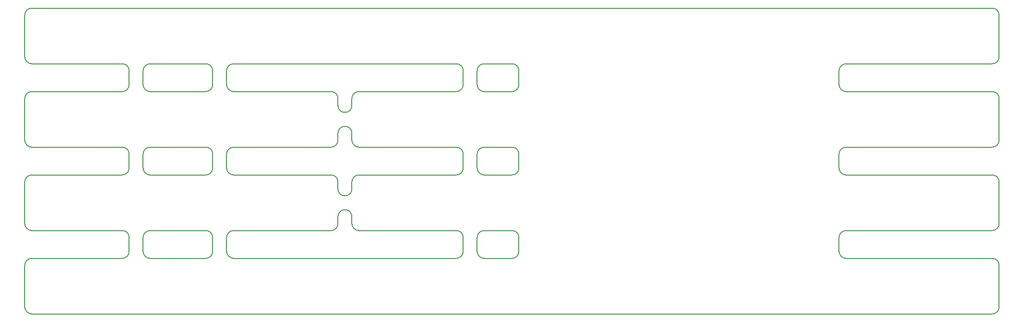
<source format=gm1>
%TF.GenerationSoftware,KiCad,Pcbnew,4.0.6-e0-6349~53~ubuntu16.04.1*%
%TF.CreationDate,2017-06-14T21:22:08+05:30*%
%TF.ProjectId,ultim_bus,756C74696D5F6275732E6B696361645F,rev?*%
%TF.FileFunction,Profile,NP*%
%FSLAX46Y46*%
G04 Gerber Fmt 4.6, Leading zero omitted, Abs format (unit mm)*
G04 Created by KiCad (PCBNEW 4.0.6-e0-6349~53~ubuntu16.04.1) date Wed Jun 14 21:22:08 2017*
%MOMM*%
%LPD*%
G01*
G04 APERTURE LIST*
%ADD10C,0.101600*%
%ADD11C,0.150000*%
G04 APERTURE END LIST*
D10*
D11*
X205740000Y-26670000D02*
G75*
G03X204470000Y-25400000I-1270000J0D01*
G01*
X204470000Y-81280000D02*
G75*
G03X205740000Y-80010000I0J1270000D01*
G01*
X27940000Y-80010000D02*
G75*
G03X29210000Y-81280000I1270000J0D01*
G01*
X29210000Y-25400000D02*
G75*
G03X27940000Y-26670000I0J-1270000D01*
G01*
X205740000Y-41910000D02*
G75*
G03X204470000Y-40640000I-1270000J0D01*
G01*
X205740000Y-57150000D02*
G75*
G03X204470000Y-55880000I-1270000J0D01*
G01*
X205740000Y-72390000D02*
G75*
G03X204470000Y-71120000I-1270000J0D01*
G01*
X29210000Y-71120000D02*
G75*
G03X27940000Y-72390000I0J-1270000D01*
G01*
X116840000Y-71120000D02*
X111760000Y-71120000D01*
X118110000Y-67310000D02*
X118110000Y-69850000D01*
X111760000Y-66040000D02*
X116840000Y-66040000D01*
X116840000Y-71120000D02*
G75*
G03X118110000Y-69850000I0J1270000D01*
G01*
X118110000Y-67310000D02*
G75*
G03X116840000Y-66040000I-1270000J0D01*
G01*
X116840000Y-55880000D02*
X111760000Y-55880000D01*
X118110000Y-52070000D02*
X118110000Y-54610000D01*
X111760000Y-50800000D02*
X116840000Y-50800000D01*
X116840000Y-55880000D02*
G75*
G03X118110000Y-54610000I0J1270000D01*
G01*
X118110000Y-52070000D02*
G75*
G03X116840000Y-50800000I-1270000J0D01*
G01*
X116840000Y-40640000D02*
X111760000Y-40640000D01*
X118110000Y-36830000D02*
X118110000Y-39370000D01*
X111760000Y-35560000D02*
X116840000Y-35560000D01*
X116840000Y-40640000D02*
G75*
G03X118110000Y-39370000I0J1270000D01*
G01*
X118110000Y-36830000D02*
G75*
G03X116840000Y-35560000I-1270000J0D01*
G01*
X110490000Y-67310000D02*
X110490000Y-69850000D01*
X110490000Y-52070000D02*
X110490000Y-54610000D01*
X110490000Y-69850000D02*
G75*
G03X111760000Y-71120000I1270000J0D01*
G01*
X111760000Y-66040000D02*
G75*
G03X110490000Y-67310000I0J-1270000D01*
G01*
X110490000Y-54610000D02*
G75*
G03X111760000Y-55880000I1270000J0D01*
G01*
X111760000Y-50800000D02*
G75*
G03X110490000Y-52070000I0J-1270000D01*
G01*
X110490000Y-39370000D02*
G75*
G03X111760000Y-40640000I1270000J0D01*
G01*
X111760000Y-35560000D02*
G75*
G03X110490000Y-36830000I0J-1270000D01*
G01*
X110490000Y-36830000D02*
X110490000Y-39370000D01*
X60960000Y-71120000D02*
G75*
G03X62230000Y-69850000I0J1270000D01*
G01*
X62230000Y-67310000D02*
G75*
G03X60960000Y-66040000I-1270000J0D01*
G01*
X49530000Y-69850000D02*
G75*
G03X50800000Y-71120000I1270000J0D01*
G01*
X50800000Y-66040000D02*
G75*
G03X49530000Y-67310000I0J-1270000D01*
G01*
X62230000Y-67310000D02*
X62230000Y-69850000D01*
X49530000Y-69850000D02*
X49530000Y-67310000D01*
X60960000Y-71120000D02*
X50800000Y-71120000D01*
X50800000Y-66040000D02*
X60960000Y-66040000D01*
X50800000Y-50800000D02*
X60960000Y-50800000D01*
X49530000Y-54610000D02*
X49530000Y-52070000D01*
X60960000Y-55880000D02*
X50800000Y-55880000D01*
X62230000Y-52070000D02*
X62230000Y-54610000D01*
X60960000Y-55880000D02*
G75*
G03X62230000Y-54610000I0J1270000D01*
G01*
X62230000Y-52070000D02*
G75*
G03X60960000Y-50800000I-1270000J0D01*
G01*
X49530000Y-54610000D02*
G75*
G03X50800000Y-55880000I1270000J0D01*
G01*
X50800000Y-50800000D02*
G75*
G03X49530000Y-52070000I0J-1270000D01*
G01*
X60960000Y-40640000D02*
G75*
G03X62230000Y-39370000I0J1270000D01*
G01*
X62230000Y-36830000D02*
G75*
G03X60960000Y-35560000I-1270000J0D01*
G01*
X49530000Y-39370000D02*
G75*
G03X50800000Y-40640000I1270000J0D01*
G01*
X50800000Y-35560000D02*
G75*
G03X49530000Y-36830000I0J-1270000D01*
G01*
X49530000Y-39370000D02*
X49530000Y-36830000D01*
X60960000Y-40640000D02*
X50800000Y-40640000D01*
X62230000Y-36830000D02*
X62230000Y-39370000D01*
X50800000Y-35560000D02*
X60960000Y-35560000D01*
X64770000Y-67310000D02*
X64770000Y-69850000D01*
X66040000Y-66040000D02*
G75*
G03X64770000Y-67310000I0J-1270000D01*
G01*
X64770000Y-69850000D02*
G75*
G03X66040000Y-71120000I1270000J0D01*
G01*
X46990000Y-67310000D02*
G75*
G03X45720000Y-66040000I-1270000J0D01*
G01*
X46990000Y-67310000D02*
X46990000Y-69850000D01*
X45720000Y-71120000D02*
G75*
G03X46990000Y-69850000I0J1270000D01*
G01*
X64770000Y-52070000D02*
X64770000Y-54610000D01*
X66040000Y-50800000D02*
G75*
G03X64770000Y-52070000I0J-1270000D01*
G01*
X64770000Y-54610000D02*
G75*
G03X66040000Y-55880000I1270000J0D01*
G01*
X46990000Y-52070000D02*
G75*
G03X45720000Y-50800000I-1270000J0D01*
G01*
X46990000Y-52070000D02*
X46990000Y-54610000D01*
X45720000Y-55880000D02*
G75*
G03X46990000Y-54610000I0J1270000D01*
G01*
X107950000Y-52070000D02*
G75*
G03X106680000Y-50800000I-1270000J0D01*
G01*
X107950000Y-52070000D02*
X107950000Y-54610000D01*
X106680000Y-55880000D02*
G75*
G03X107950000Y-54610000I0J1270000D01*
G01*
X107950000Y-67310000D02*
G75*
G03X106680000Y-66040000I-1270000J0D01*
G01*
X107950000Y-67310000D02*
X107950000Y-69850000D01*
X106680000Y-71120000D02*
G75*
G03X107950000Y-69850000I0J1270000D01*
G01*
X176530000Y-67310000D02*
X176530000Y-69850000D01*
X177800000Y-66040000D02*
G75*
G03X176530000Y-67310000I0J-1270000D01*
G01*
X176530000Y-69850000D02*
G75*
G03X177800000Y-71120000I1270000J0D01*
G01*
X176530000Y-52070000D02*
X176530000Y-54610000D01*
X177800000Y-50800000D02*
G75*
G03X176530000Y-52070000I0J-1270000D01*
G01*
X176530000Y-54610000D02*
G75*
G03X177800000Y-55880000I1270000J0D01*
G01*
X176530000Y-39370000D02*
G75*
G03X177800000Y-40640000I1270000J0D01*
G01*
X176530000Y-36830000D02*
X176530000Y-39370000D01*
X107950000Y-39370000D02*
X107950000Y-36830000D01*
X106680000Y-40640000D02*
G75*
G03X107950000Y-39370000I0J1270000D01*
G01*
X64770000Y-36830000D02*
X64770000Y-39370000D01*
X46990000Y-39370000D02*
X46990000Y-36830000D01*
X64770000Y-39370000D02*
G75*
G03X66040000Y-40640000I1270000J0D01*
G01*
X45720000Y-40640000D02*
G75*
G03X46990000Y-39370000I0J1270000D01*
G01*
X29210000Y-66040000D02*
X45720000Y-66040000D01*
X83820000Y-66040000D02*
X66040000Y-66040000D01*
X106680000Y-66040000D02*
X88900000Y-66040000D01*
X205740000Y-64770000D02*
X205740000Y-57150000D01*
X85090000Y-58420000D02*
G75*
G03X87630000Y-58420000I1270000J0D01*
G01*
X87630000Y-57150000D02*
X87630000Y-58420000D01*
X85090000Y-57150000D02*
X85090000Y-58420000D01*
X83820000Y-66040000D02*
G75*
G03X85090000Y-64770000I0J1270000D01*
G01*
X87630000Y-64770000D02*
G75*
G03X88900000Y-66040000I1270000J0D01*
G01*
X87630000Y-63500000D02*
X87630000Y-64770000D01*
X85090000Y-63500000D02*
X85090000Y-64770000D01*
X87630000Y-63499999D02*
G75*
G03X85090000Y-63500001I-1270000J-1D01*
G01*
X27940000Y-64770000D02*
G75*
G03X29210000Y-66040000I1270000J0D01*
G01*
X27940000Y-57150000D02*
X27940000Y-64770000D01*
X88900000Y-55880000D02*
X106680000Y-55880000D01*
X106680000Y-50800000D02*
X88900000Y-50800000D01*
X88900000Y-40640000D02*
X106680000Y-40640000D01*
X45720000Y-55880000D02*
X29210000Y-55880000D01*
X29210000Y-50800000D02*
X45720000Y-50800000D01*
X29210000Y-40640000D02*
X45720000Y-40640000D01*
X27940000Y-49530000D02*
G75*
G03X29210000Y-50800000I1270000J0D01*
G01*
X29210000Y-55880000D02*
G75*
G03X27940000Y-57150000I0J-1270000D01*
G01*
X88900000Y-55880000D02*
G75*
G03X87630000Y-57150000I0J-1270000D01*
G01*
X85090000Y-57150000D02*
G75*
G03X83820000Y-55880000I-1270000J0D01*
G01*
X66040000Y-55880000D02*
X83820000Y-55880000D01*
X204470000Y-50800000D02*
G75*
G03X205740000Y-49530000I0J1270000D01*
G01*
X177800000Y-50800000D02*
X204470000Y-50800000D01*
X177800000Y-55880000D02*
X204470000Y-55880000D01*
X83820000Y-50800000D02*
X66040000Y-50800000D01*
X107950000Y-36830000D02*
G75*
G03X106680000Y-35560000I-1270000J0D01*
G01*
X87630000Y-48259999D02*
G75*
G03X85090000Y-48260001I-1270000J-1D01*
G01*
X85090000Y-48260000D02*
X85090000Y-49530000D01*
X87630000Y-48260000D02*
X87630000Y-49530000D01*
X87630000Y-49530000D02*
G75*
G03X88900000Y-50800000I1270000J0D01*
G01*
X83820000Y-50800000D02*
G75*
G03X85090000Y-49530000I0J1270000D01*
G01*
X85090000Y-43180000D02*
G75*
G03X87630000Y-43180000I1270000J0D01*
G01*
X88900000Y-40640000D02*
G75*
G03X87630000Y-41910000I0J-1270000D01*
G01*
X85090000Y-41910000D02*
X85090000Y-43180000D01*
X87630000Y-41910000D02*
X87630000Y-43180000D01*
X85090000Y-41910000D02*
G75*
G03X83820000Y-40640000I-1270000J0D01*
G01*
X27940000Y-41910000D02*
X27940000Y-49530000D01*
X29210000Y-40640000D02*
G75*
G03X27940000Y-41910000I0J-1270000D01*
G01*
X46990000Y-36830000D02*
G75*
G03X45720000Y-35560000I-1270000J0D01*
G01*
X66040000Y-35560000D02*
G75*
G03X64770000Y-36830000I0J-1270000D01*
G01*
X177800000Y-35560000D02*
G75*
G03X176530000Y-36830000I0J-1270000D01*
G01*
X27940000Y-72390000D02*
X27940000Y-80010000D01*
X204470000Y-25400000D02*
X29210000Y-25400000D01*
X205740000Y-72390000D02*
X205740000Y-80010000D01*
X204470000Y-66040000D02*
G75*
G03X205740000Y-64770000I0J1270000D01*
G01*
X205740000Y-26670000D02*
X205740000Y-34290000D01*
X204470000Y-35560000D02*
G75*
G03X205740000Y-34290000I0J1270000D01*
G01*
X27940000Y-26670000D02*
X27940000Y-34290000D01*
X27940000Y-34290000D02*
G75*
G03X29210000Y-35560000I1270000J0D01*
G01*
X177800000Y-40640000D02*
X204470000Y-40640000D01*
X66040000Y-40640000D02*
X83820000Y-40640000D01*
X177800000Y-66040000D02*
X204470000Y-66040000D01*
X204470000Y-81280000D02*
X29210000Y-81280000D01*
X45720000Y-35560000D02*
X29210000Y-35560000D01*
X106680000Y-35560000D02*
X66040000Y-35560000D01*
X177800000Y-35560000D02*
X204470000Y-35560000D01*
X177800000Y-71120000D02*
X204470000Y-71120000D01*
X66040000Y-71120000D02*
X106680000Y-71120000D01*
X29210000Y-71120000D02*
X45720000Y-71120000D01*
X205740000Y-49530000D02*
X205740000Y-41910000D01*
M02*

</source>
